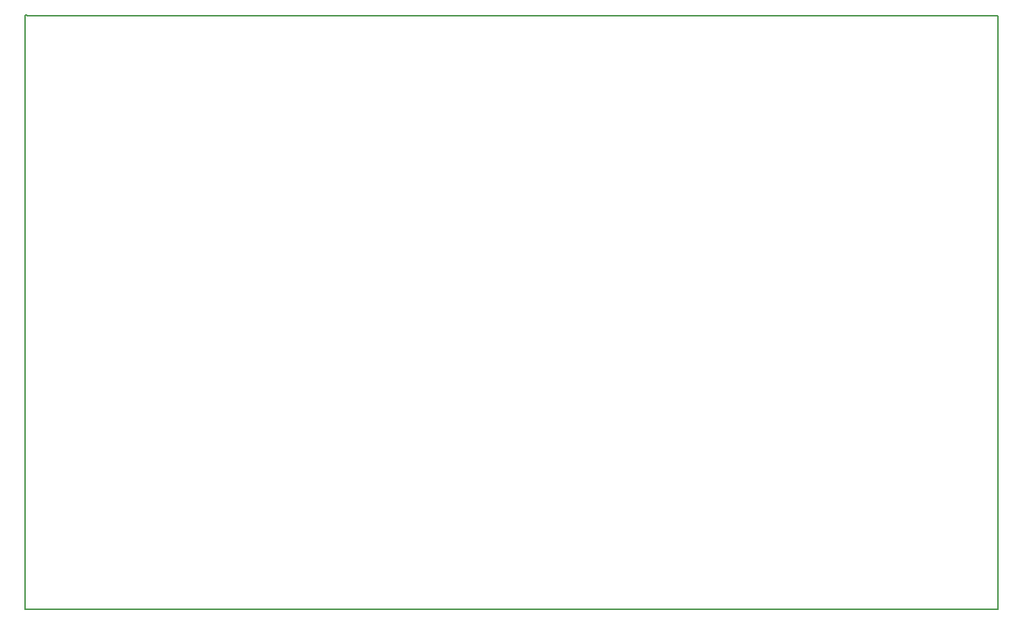
<source format=gbr>
G04 #@! TF.FileFunction,Profile,NP*
%FSLAX46Y46*%
G04 Gerber Fmt 4.6, Leading zero omitted, Abs format (unit mm)*
G04 Created by KiCad (PCBNEW 4.0.6) date 09/23/17 02:02:46*
%MOMM*%
%LPD*%
G01*
G04 APERTURE LIST*
%ADD10C,0.100000*%
%ADD11C,0.150000*%
G04 APERTURE END LIST*
D10*
D11*
X73253600Y-41605200D02*
X73253600Y-41681400D01*
X73025000Y-41605200D02*
X73253600Y-41605200D01*
X73025000Y-41681400D02*
X73025000Y-41605200D01*
X73025000Y-111887000D02*
X73025000Y-41681400D01*
X188087000Y-111887000D02*
X73025000Y-111887000D01*
X188087000Y-41656000D02*
X188087000Y-111887000D01*
X73279000Y-41656000D02*
X188087000Y-41656000D01*
M02*

</source>
